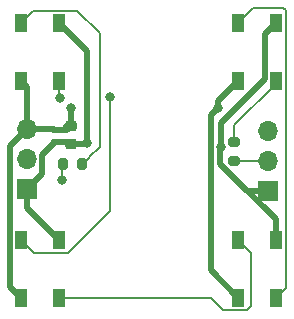
<source format=gtl>
%TF.GenerationSoftware,KiCad,Pcbnew,6.0.4-6f826c9f35~116~ubuntu20.04.1*%
%TF.CreationDate,2022-04-29T21:07:04-06:00*%
%TF.ProjectId,square,73717561-7265-42e6-9b69-6361645f7063,rev?*%
%TF.SameCoordinates,Original*%
%TF.FileFunction,Copper,L1,Top*%
%TF.FilePolarity,Positive*%
%FSLAX46Y46*%
G04 Gerber Fmt 4.6, Leading zero omitted, Abs format (unit mm)*
G04 Created by KiCad (PCBNEW 6.0.4-6f826c9f35~116~ubuntu20.04.1) date 2022-04-29 21:07:04*
%MOMM*%
%LPD*%
G01*
G04 APERTURE LIST*
G04 Aperture macros list*
%AMRoundRect*
0 Rectangle with rounded corners*
0 $1 Rounding radius*
0 $2 $3 $4 $5 $6 $7 $8 $9 X,Y pos of 4 corners*
0 Add a 4 corners polygon primitive as box body*
4,1,4,$2,$3,$4,$5,$6,$7,$8,$9,$2,$3,0*
0 Add four circle primitives for the rounded corners*
1,1,$1+$1,$2,$3*
1,1,$1+$1,$4,$5*
1,1,$1+$1,$6,$7*
1,1,$1+$1,$8,$9*
0 Add four rect primitives between the rounded corners*
20,1,$1+$1,$2,$3,$4,$5,0*
20,1,$1+$1,$4,$5,$6,$7,0*
20,1,$1+$1,$6,$7,$8,$9,0*
20,1,$1+$1,$8,$9,$2,$3,0*%
G04 Aperture macros list end*
%TA.AperFunction,SMDPad,CuDef*%
%ADD10R,1.000000X1.500000*%
%TD*%
%TA.AperFunction,SMDPad,CuDef*%
%ADD11RoundRect,0.200000X-0.275000X0.200000X-0.275000X-0.200000X0.275000X-0.200000X0.275000X0.200000X0*%
%TD*%
%TA.AperFunction,ComponentPad*%
%ADD12R,1.700000X1.700000*%
%TD*%
%TA.AperFunction,ComponentPad*%
%ADD13O,1.700000X1.700000*%
%TD*%
%TA.AperFunction,SMDPad,CuDef*%
%ADD14RoundRect,0.225000X-0.250000X0.225000X-0.250000X-0.225000X0.250000X-0.225000X0.250000X0.225000X0*%
%TD*%
%TA.AperFunction,SMDPad,CuDef*%
%ADD15RoundRect,0.200000X-0.200000X-0.275000X0.200000X-0.275000X0.200000X0.275000X-0.200000X0.275000X0*%
%TD*%
%TA.AperFunction,SMDPad,CuDef*%
%ADD16RoundRect,0.140000X-0.170000X0.140000X-0.170000X-0.140000X0.170000X-0.140000X0.170000X0.140000X0*%
%TD*%
%TA.AperFunction,ViaPad*%
%ADD17C,0.800000*%
%TD*%
%TA.AperFunction,Conductor*%
%ADD18C,0.500000*%
%TD*%
%TA.AperFunction,Conductor*%
%ADD19C,0.200000*%
%TD*%
G04 APERTURE END LIST*
D10*
%TO.P,D1,1,VDD*%
%TO.N,VCC*%
X39430000Y-39050000D03*
%TO.P,D1,2,DOUT*%
%TO.N,Net-(D1-Pad2)*%
X42630000Y-39050000D03*
%TO.P,D1,3,VSS*%
%TO.N,GND*%
X42630000Y-34150000D03*
%TO.P,D1,4,DIN*%
%TO.N,Net-(D1-Pad4)*%
X39430000Y-34150000D03*
%TD*%
D11*
%TO.P,R2,1*%
%TO.N,Net-(D4-Pad2)*%
X57500000Y-44200000D03*
%TO.P,R2,2*%
%TO.N,/SIG_OUT*%
X57500000Y-45850000D03*
%TD*%
D10*
%TO.P,D2,1,VDD*%
%TO.N,VCC*%
X39440000Y-57430000D03*
%TO.P,D2,2,DOUT*%
%TO.N,Net-(D2-Pad2)*%
X42640000Y-57430000D03*
%TO.P,D2,3,VSS*%
%TO.N,GND*%
X42640000Y-52530000D03*
%TO.P,D2,4,DIN*%
%TO.N,Net-(D1-Pad2)*%
X39440000Y-52530000D03*
%TD*%
D12*
%TO.P,J2,1,Pin_1*%
%TO.N,GND*%
X60300000Y-48325000D03*
D13*
%TO.P,J2,2,Pin_2*%
%TO.N,/SIG_OUT*%
X60300000Y-45785000D03*
%TO.P,J2,3,Pin_3*%
%TO.N,VCC*%
X60300000Y-43245000D03*
%TD*%
D14*
%TO.P,C1,1*%
%TO.N,VCC*%
X43700000Y-42825000D03*
%TO.P,C1,2*%
%TO.N,GND*%
X43700000Y-44375000D03*
%TD*%
D15*
%TO.P,R1,1*%
%TO.N,/SIG_IN*%
X42975000Y-46100000D03*
%TO.P,R1,2*%
%TO.N,Net-(D1-Pad4)*%
X44625000Y-46100000D03*
%TD*%
D10*
%TO.P,D3,1,VDD*%
%TO.N,VCC*%
X57830000Y-57410000D03*
%TO.P,D3,2,DOUT*%
%TO.N,Net-(D3-Pad2)*%
X61030000Y-57410000D03*
%TO.P,D3,3,VSS*%
%TO.N,GND*%
X61030000Y-52510000D03*
%TO.P,D3,4,DIN*%
%TO.N,Net-(D2-Pad2)*%
X57830000Y-52510000D03*
%TD*%
D16*
%TO.P,C2,1*%
%TO.N,VCC*%
X42300000Y-43220000D03*
%TO.P,C2,2*%
%TO.N,GND*%
X42300000Y-44180000D03*
%TD*%
D10*
%TO.P,D4,1,VDD*%
%TO.N,VCC*%
X57820000Y-39020000D03*
%TO.P,D4,2,DOUT*%
%TO.N,Net-(D4-Pad2)*%
X61020000Y-39020000D03*
%TO.P,D4,3,VSS*%
%TO.N,GND*%
X61020000Y-34120000D03*
%TO.P,D4,4,DIN*%
%TO.N,Net-(D3-Pad2)*%
X57820000Y-34120000D03*
%TD*%
D12*
%TO.P,J1,1,Pin_1*%
%TO.N,GND*%
X39900000Y-48215000D03*
D13*
%TO.P,J1,2,Pin_2*%
%TO.N,/SIG_IN*%
X39900000Y-45675000D03*
%TO.P,J1,3,Pin_3*%
%TO.N,VCC*%
X39900000Y-43135000D03*
%TD*%
D17*
%TO.N,VCC*%
X43700000Y-41300000D03*
X56100000Y-41300000D03*
%TO.N,GND*%
X45000000Y-44300000D03*
X56349500Y-44600000D03*
%TO.N,Net-(D1-Pad2)*%
X42700000Y-40500000D03*
X47000000Y-40400000D03*
%TO.N,/SIG_IN*%
X42900000Y-47400000D03*
%TD*%
D18*
%TO.N,VCC*%
X39900000Y-43135000D02*
X42215000Y-43135000D01*
X56100000Y-40740000D02*
X57820000Y-39020000D01*
X56100000Y-41300000D02*
X56100000Y-40740000D01*
X43700000Y-42825000D02*
X43700000Y-41300000D01*
X55500000Y-55080000D02*
X57830000Y-57410000D01*
X42215000Y-43135000D02*
X42300000Y-43220000D01*
X39900000Y-43135000D02*
X39900000Y-39520000D01*
X42300000Y-43220000D02*
X43305000Y-43220000D01*
X56100000Y-41300000D02*
X55500000Y-41900000D01*
X38490489Y-56480489D02*
X39440000Y-57430000D01*
X43305000Y-43220000D02*
X43700000Y-42825000D01*
X39900000Y-39520000D02*
X39430000Y-39050000D01*
X39900000Y-43135000D02*
X38490489Y-44544511D01*
X43700000Y-42825000D02*
X43205000Y-42825000D01*
X38490489Y-44544511D02*
X38490489Y-56480489D01*
X55500000Y-41900000D02*
X55500000Y-55080000D01*
%TO.N,GND*%
X45000000Y-44300000D02*
X45000000Y-36520000D01*
X60070489Y-35069511D02*
X60070489Y-38918533D01*
X56300000Y-46043559D02*
X56300000Y-44649500D01*
X58581441Y-48325000D02*
X60300000Y-48325000D01*
X56300000Y-46043559D02*
X58581441Y-48325000D01*
X43700000Y-44375000D02*
X44925000Y-44375000D01*
X42300000Y-44180000D02*
X43505000Y-44180000D01*
X56300000Y-44649500D02*
X56349500Y-44600000D01*
X45000000Y-36520000D02*
X42630000Y-34150000D01*
X41199511Y-45280489D02*
X42300000Y-44180000D01*
X43505000Y-44180000D02*
X43700000Y-44375000D01*
X41199511Y-46915489D02*
X41199511Y-45280489D01*
X56300000Y-46043559D02*
X61030000Y-50773559D01*
X56349500Y-42639522D02*
X56349500Y-44600000D01*
X39900000Y-48215000D02*
X39900000Y-49790000D01*
X61020000Y-34120000D02*
X60070489Y-35069511D01*
X39900000Y-49790000D02*
X42640000Y-52530000D01*
X44925000Y-44375000D02*
X45000000Y-44300000D01*
X60070489Y-38918533D02*
X56349500Y-42639522D01*
X61030000Y-50773559D02*
X61030000Y-52510000D01*
X39900000Y-48215000D02*
X41199511Y-46915489D01*
D19*
%TO.N,Net-(D1-Pad2)*%
X42630000Y-40430000D02*
X42700000Y-40500000D01*
X47000000Y-50019022D02*
X43439511Y-53579511D01*
X42630000Y-39050000D02*
X42630000Y-40430000D01*
X47000000Y-40400000D02*
X47000000Y-50019022D01*
X43439511Y-53579511D02*
X40489511Y-53579511D01*
X40489511Y-53579511D02*
X39440000Y-52530000D01*
%TO.N,Net-(D1-Pad4)*%
X40479511Y-33100489D02*
X39430000Y-34150000D01*
X45174031Y-45550969D02*
X45174031Y-45525969D01*
X46100000Y-44600000D02*
X46100000Y-35000000D01*
X44200489Y-33100489D02*
X40479511Y-33100489D01*
X46100000Y-35000000D02*
X44200489Y-33100489D01*
X44625000Y-46100000D02*
X45174031Y-45550969D01*
X45174031Y-45525969D02*
X46100000Y-44600000D01*
%TO.N,Net-(D2-Pad2)*%
X58540489Y-58459511D02*
X58900000Y-58100000D01*
X58900000Y-53580000D02*
X57830000Y-52510000D01*
X56559511Y-58459511D02*
X58540489Y-58459511D01*
X58900000Y-58100000D02*
X58900000Y-53580000D01*
X42640000Y-57430000D02*
X55530000Y-57430000D01*
X55530000Y-57430000D02*
X56559511Y-58459511D01*
%TO.N,Net-(D3-Pad2)*%
X61030000Y-57410000D02*
X61829511Y-56610489D01*
X59040000Y-32900000D02*
X57820000Y-34120000D01*
X61829511Y-56610489D02*
X61829511Y-33080489D01*
X61829511Y-33080489D02*
X61649022Y-32900000D01*
X61649022Y-32900000D02*
X59040000Y-32900000D01*
%TO.N,Net-(D4-Pad2)*%
X61020000Y-39020000D02*
X61020000Y-39270000D01*
X57500000Y-42790000D02*
X57500000Y-44200000D01*
X61020000Y-39270000D02*
X57500000Y-42790000D01*
%TO.N,/SIG_IN*%
X42900000Y-47400000D02*
X42900000Y-46175000D01*
X42900000Y-46175000D02*
X42975000Y-46100000D01*
%TO.N,/SIG_OUT*%
X57500000Y-45850000D02*
X57565000Y-45785000D01*
X57565000Y-45785000D02*
X60300000Y-45785000D01*
%TD*%
M02*

</source>
